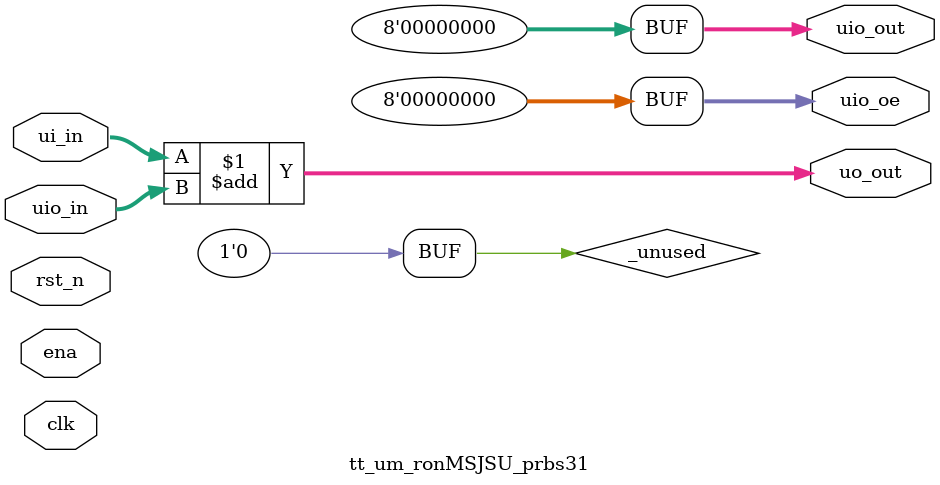
<source format=v>
/*
 * Copyright (c) 2024 Your Name
 * SPDX-License-Identifier: Apache-2.0
 */

`default_nettype none

module tt_um_ronMSJSU_prbs31 (
    input  wire [7:0] ui_in,    // Dedicated inputs
    output wire [7:0] uo_out,   // Dedicated outputs
    input  wire [7:0] uio_in,   // IOs: Input path
    output wire [7:0] uio_out,  // IOs: Output path
    output wire [7:0] uio_oe,   // IOs: Enable path (active high: 0=input, 1=output)
    input  wire       ena,      // always 1 when the design is powered, so you can ignore it
    input  wire       clk,      // clock
    input  wire       rst_n     // reset_n - low to reset
);

  // All output pins must be assigned. If not used, assign to 0.
  assign uo_out  = ui_in + uio_in;  // Example: ou_out is the sum of ui_in and uio_in
  assign uio_out = 0;
  assign uio_oe  = 0;

  // List all unused inputs to prevent warnings
  wire _unused = &{ena, clk, rst_n, 1'b0};

endmodule

</source>
